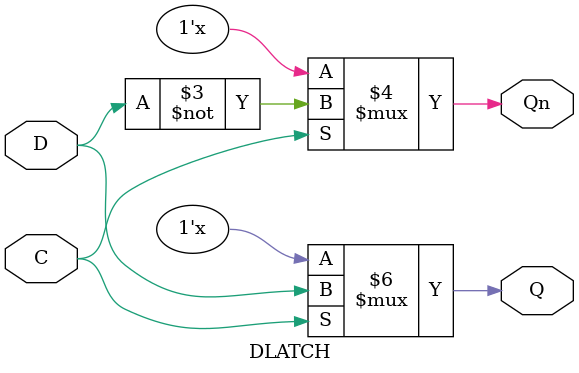
<source format=sv>
module DLATCH (
    output reg Q, Qn,
    input wire C, D
);

always @ (C or D)
  if (C == 1'b1)
  begin
    Q <= D;
    Qn <= ~D;
  end

endmodule

</source>
